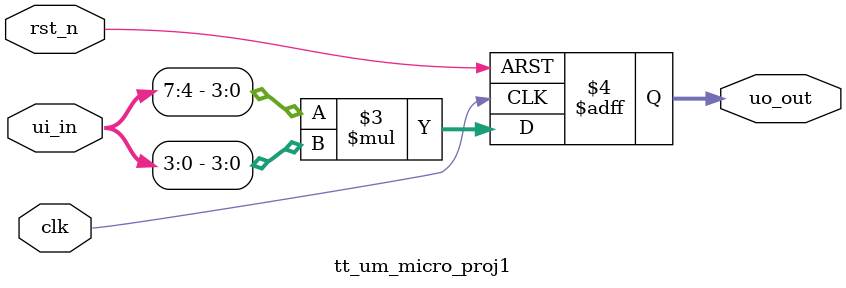
<source format=v>

`default_nettype none


module tt_um_micro_proj1 (
`ifdef USE_POWER_PINS
    input  wire       VPWR,
    input  wire       VGND,
`endif
    input  wire [7:0] ui_in,   // Dedicated inputs
    output reg  [7:0] uo_out,  // Dedicated outputs
    input  wire       clk,     // clock
    input  wire       rst_n    // reset_n - low to reset
);

  always @(posedge clk or negedge rst_n) begin
`ifdef USE_POWER_PINS
    if (~VPWR | VGND) begin
      uo_out <= 8'h00;
    end else
`endif
    if (~rst_n) begin
      uo_out <= 8'h00;
    end else begin
      uo_out <= ui_in[7:4] * ui_in[3:0];
    end
  end

endmodule  // tt_um_micro_proj1

</source>
